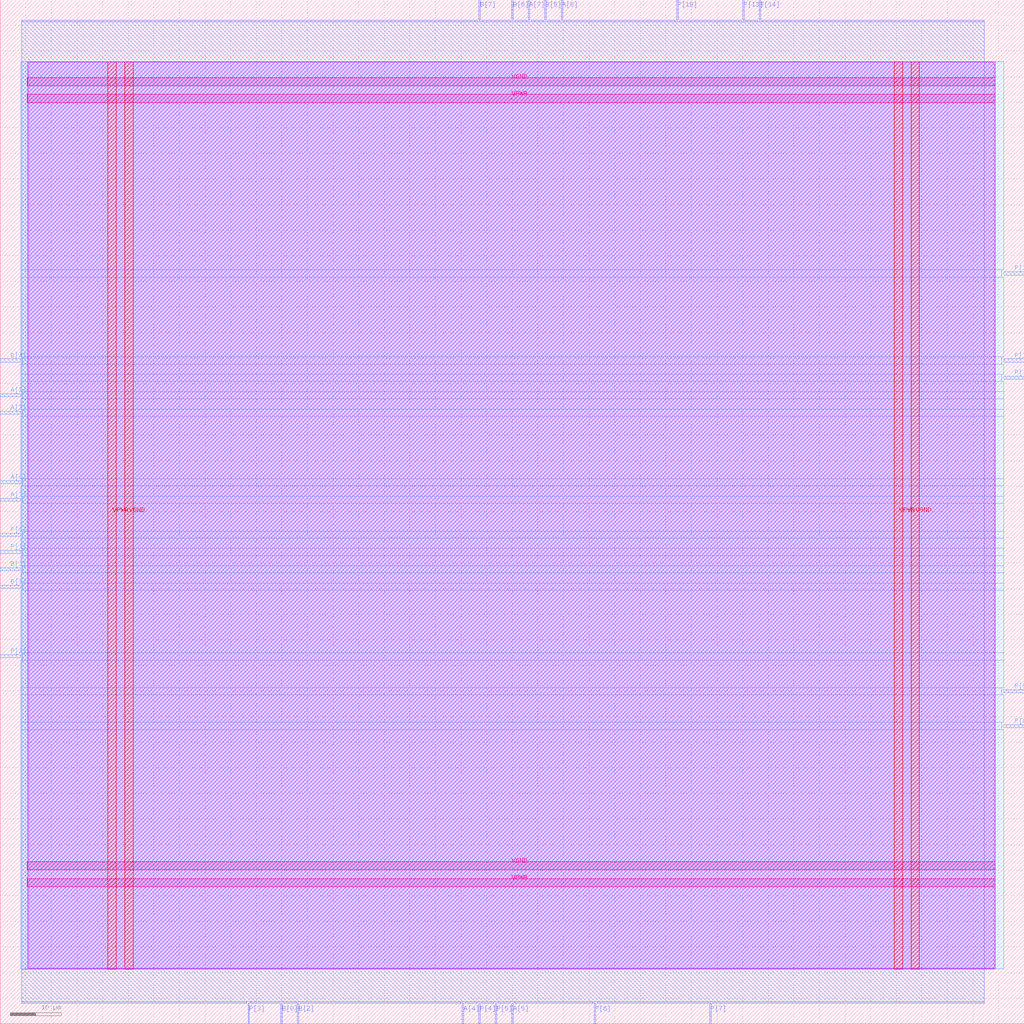
<source format=lef>
VERSION 5.7 ;
  NOWIREEXTENSIONATPIN ON ;
  DIVIDERCHAR "/" ;
  BUSBITCHARS "[]" ;
MACRO mult8_2bits_1op_e16769
  CLASS BLOCK ;
  FOREIGN mult8_2bits_1op_e16769 ;
  ORIGIN 0.000 0.000 ;
  SIZE 200.000 BY 200.000 ;
  PIN A[0]
    DIRECTION INPUT ;
    USE SIGNAL ;
    ANTENNAGATEAREA 0.495000 ;
    PORT
      LAYER met3 ;
        RECT 0.000 105.440 4.000 106.040 ;
    END
  END A[0]
  PIN A[1]
    DIRECTION INPUT ;
    USE SIGNAL ;
    ANTENNAGATEAREA 0.196500 ;
    PORT
      LAYER met3 ;
        RECT 0.000 102.040 4.000 102.640 ;
    END
  END A[1]
  PIN A[2]
    DIRECTION INPUT ;
    USE SIGNAL ;
    ANTENNAGATEAREA 0.213000 ;
    PORT
      LAYER met3 ;
        RECT 0.000 122.440 4.000 123.040 ;
    END
  END A[2]
  PIN A[3]
    DIRECTION INPUT ;
    USE SIGNAL ;
    ANTENNAGATEAREA 0.213000 ;
    PORT
      LAYER met3 ;
        RECT 0.000 119.040 4.000 119.640 ;
    END
  END A[3]
  PIN A[4]
    DIRECTION INPUT ;
    USE SIGNAL ;
    ANTENNAGATEAREA 0.196500 ;
    PORT
      LAYER met2 ;
        RECT 90.250 0.000 90.530 4.000 ;
    END
  END A[4]
  PIN A[5]
    DIRECTION INPUT ;
    USE SIGNAL ;
    ANTENNAGATEAREA 0.159000 ;
    PORT
      LAYER met2 ;
        RECT 99.910 0.000 100.190 4.000 ;
    END
  END A[5]
  PIN A[6]
    DIRECTION INPUT ;
    USE SIGNAL ;
    ANTENNAGATEAREA 0.196500 ;
    PORT
      LAYER met2 ;
        RECT 109.570 196.000 109.850 200.000 ;
    END
  END A[6]
  PIN A[7]
    DIRECTION INPUT ;
    USE SIGNAL ;
    ANTENNAGATEAREA 0.159000 ;
    PORT
      LAYER met2 ;
        RECT 103.130 196.000 103.410 200.000 ;
    END
  END A[7]
  PIN B[0]
    DIRECTION INPUT ;
    USE SIGNAL ;
    ANTENNAGATEAREA 0.247500 ;
    PORT
      LAYER met2 ;
        RECT 54.830 0.000 55.110 4.000 ;
    END
  END B[0]
  PIN B[1]
    DIRECTION INPUT ;
    USE SIGNAL ;
    ANTENNAGATEAREA 0.213000 ;
    PORT
      LAYER met3 ;
        RECT 0.000 88.440 4.000 89.040 ;
    END
  END B[1]
  PIN B[2]
    DIRECTION INPUT ;
    USE SIGNAL ;
    ANTENNAGATEAREA 0.213000 ;
    PORT
      LAYER met2 ;
        RECT 58.050 0.000 58.330 4.000 ;
    END
  END B[2]
  PIN B[3]
    DIRECTION INPUT ;
    USE SIGNAL ;
    ANTENNAGATEAREA 0.196500 ;
    PORT
      LAYER met3 ;
        RECT 0.000 85.040 4.000 85.640 ;
    END
  END B[3]
  PIN B[4]
    DIRECTION INPUT ;
    USE SIGNAL ;
    ANTENNAGATEAREA 0.159000 ;
    PORT
      LAYER met3 ;
        RECT 0.000 129.240 4.000 129.840 ;
    END
  END B[4]
  PIN B[5]
    DIRECTION INPUT ;
    USE SIGNAL ;
    ANTENNAGATEAREA 0.196500 ;
    PORT
      LAYER met2 ;
        RECT 106.350 196.000 106.630 200.000 ;
    END
  END B[5]
  PIN B[6]
    DIRECTION INPUT ;
    USE SIGNAL ;
    ANTENNAGATEAREA 0.213000 ;
    PORT
      LAYER met2 ;
        RECT 99.910 196.000 100.190 200.000 ;
    END
  END B[6]
  PIN B[7]
    DIRECTION INPUT ;
    USE SIGNAL ;
    ANTENNAGATEAREA 0.196500 ;
    PORT
      LAYER met2 ;
        RECT 93.470 196.000 93.750 200.000 ;
    END
  END B[7]
  PIN P[0]
    DIRECTION OUTPUT ;
    USE SIGNAL ;
    ANTENNADIFFAREA 0.445500 ;
    PORT
      LAYER met3 ;
        RECT 0.000 95.240 4.000 95.840 ;
    END
  END P[0]
  PIN P[10]
    DIRECTION OUTPUT ;
    USE SIGNAL ;
    ANTENNADIFFAREA 0.445500 ;
    PORT
      LAYER met3 ;
        RECT 196.000 125.840 200.000 126.440 ;
    END
  END P[10]
  PIN P[11]
    DIRECTION OUTPUT ;
    USE SIGNAL ;
    ANTENNADIFFAREA 1.336500 ;
    PORT
      LAYER met3 ;
        RECT 196.000 129.240 200.000 129.840 ;
    END
  END P[11]
  PIN P[12]
    DIRECTION OUTPUT ;
    USE SIGNAL ;
    ANTENNADIFFAREA 1.336500 ;
    PORT
      LAYER met3 ;
        RECT 196.000 146.240 200.000 146.840 ;
    END
  END P[12]
  PIN P[13]
    DIRECTION OUTPUT ;
    USE SIGNAL ;
    ANTENNADIFFAREA 0.891000 ;
    PORT
      LAYER met2 ;
        RECT 144.990 196.000 145.270 200.000 ;
    END
  END P[13]
  PIN P[14]
    DIRECTION OUTPUT ;
    USE SIGNAL ;
    ANTENNADIFFAREA 1.336500 ;
    PORT
      LAYER met2 ;
        RECT 148.210 196.000 148.490 200.000 ;
    END
  END P[14]
  PIN P[15]
    DIRECTION OUTPUT ;
    USE SIGNAL ;
    ANTENNADIFFAREA 1.782000 ;
    PORT
      LAYER met2 ;
        RECT 132.110 196.000 132.390 200.000 ;
    END
  END P[15]
  PIN P[1]
    DIRECTION OUTPUT ;
    USE SIGNAL ;
    ANTENNADIFFAREA 0.445500 ;
    PORT
      LAYER met3 ;
        RECT 0.000 91.840 4.000 92.440 ;
    END
  END P[1]
  PIN P[2]
    DIRECTION OUTPUT ;
    USE SIGNAL ;
    ANTENNADIFFAREA 0.445500 ;
    PORT
      LAYER met3 ;
        RECT 0.000 71.440 4.000 72.040 ;
    END
  END P[2]
  PIN P[3]
    DIRECTION OUTPUT ;
    USE SIGNAL ;
    ANTENNADIFFAREA 0.445500 ;
    PORT
      LAYER met2 ;
        RECT 48.390 0.000 48.670 4.000 ;
    END
  END P[3]
  PIN P[4]
    DIRECTION OUTPUT ;
    USE SIGNAL ;
    ANTENNADIFFAREA 0.445500 ;
    PORT
      LAYER met2 ;
        RECT 93.470 0.000 93.750 4.000 ;
    END
  END P[4]
  PIN P[5]
    DIRECTION OUTPUT ;
    USE SIGNAL ;
    ANTENNADIFFAREA 0.445500 ;
    PORT
      LAYER met2 ;
        RECT 96.690 0.000 96.970 4.000 ;
    END
  END P[5]
  PIN P[6]
    DIRECTION OUTPUT ;
    USE SIGNAL ;
    ANTENNADIFFAREA 1.336500 ;
    PORT
      LAYER met2 ;
        RECT 116.010 0.000 116.290 4.000 ;
    END
  END P[6]
  PIN P[7]
    DIRECTION OUTPUT ;
    USE SIGNAL ;
    ANTENNADIFFAREA 1.336500 ;
    PORT
      LAYER met2 ;
        RECT 138.550 0.000 138.830 4.000 ;
    END
  END P[7]
  PIN P[8]
    DIRECTION OUTPUT ;
    USE SIGNAL ;
    ANTENNADIFFAREA 0.891000 ;
    PORT
      LAYER met3 ;
        RECT 196.000 57.840 200.000 58.440 ;
    END
  END P[8]
  PIN P[9]
    DIRECTION OUTPUT ;
    USE SIGNAL ;
    ANTENNADIFFAREA 1.336500 ;
    PORT
      LAYER met3 ;
        RECT 196.000 64.640 200.000 65.240 ;
    END
  END P[9]
  PIN VGND
    DIRECTION INOUT ;
    USE GROUND ;
    PORT
      LAYER met4 ;
        RECT 24.340 10.640 25.940 187.920 ;
    END
    PORT
      LAYER met4 ;
        RECT 177.940 10.640 179.540 187.920 ;
    END
    PORT
      LAYER met5 ;
        RECT 5.280 30.030 194.360 31.630 ;
    END
    PORT
      LAYER met5 ;
        RECT 5.280 183.210 194.360 184.810 ;
    END
  END VGND
  PIN VPWR
    DIRECTION INOUT ;
    USE POWER ;
    PORT
      LAYER met4 ;
        RECT 21.040 10.640 22.640 187.920 ;
    END
    PORT
      LAYER met4 ;
        RECT 174.640 10.640 176.240 187.920 ;
    END
    PORT
      LAYER met5 ;
        RECT 5.280 26.730 194.360 28.330 ;
    END
    PORT
      LAYER met5 ;
        RECT 5.280 179.910 194.360 181.510 ;
    END
  END VPWR
  OBS
      LAYER nwell ;
        RECT 5.330 10.795 194.310 187.870 ;
      LAYER li1 ;
        RECT 5.520 10.795 194.120 187.765 ;
      LAYER met1 ;
        RECT 4.210 10.640 194.120 187.920 ;
      LAYER met2 ;
        RECT 4.230 195.720 93.190 196.000 ;
        RECT 94.030 195.720 99.630 196.000 ;
        RECT 100.470 195.720 102.850 196.000 ;
        RECT 103.690 195.720 106.070 196.000 ;
        RECT 106.910 195.720 109.290 196.000 ;
        RECT 110.130 195.720 131.830 196.000 ;
        RECT 132.670 195.720 144.710 196.000 ;
        RECT 145.550 195.720 147.930 196.000 ;
        RECT 148.770 195.720 192.190 196.000 ;
        RECT 4.230 4.280 192.190 195.720 ;
        RECT 4.230 4.000 48.110 4.280 ;
        RECT 48.950 4.000 54.550 4.280 ;
        RECT 55.390 4.000 57.770 4.280 ;
        RECT 58.610 4.000 89.970 4.280 ;
        RECT 90.810 4.000 93.190 4.280 ;
        RECT 94.030 4.000 96.410 4.280 ;
        RECT 97.250 4.000 99.630 4.280 ;
        RECT 100.470 4.000 115.730 4.280 ;
        RECT 116.570 4.000 138.270 4.280 ;
        RECT 139.110 4.000 192.190 4.280 ;
      LAYER met3 ;
        RECT 3.990 147.240 196.000 187.845 ;
        RECT 3.990 145.840 195.600 147.240 ;
        RECT 3.990 130.240 196.000 145.840 ;
        RECT 4.400 128.840 195.600 130.240 ;
        RECT 3.990 126.840 196.000 128.840 ;
        RECT 3.990 125.440 195.600 126.840 ;
        RECT 3.990 123.440 196.000 125.440 ;
        RECT 4.400 122.040 196.000 123.440 ;
        RECT 3.990 120.040 196.000 122.040 ;
        RECT 4.400 118.640 196.000 120.040 ;
        RECT 3.990 106.440 196.000 118.640 ;
        RECT 4.400 105.040 196.000 106.440 ;
        RECT 3.990 103.040 196.000 105.040 ;
        RECT 4.400 101.640 196.000 103.040 ;
        RECT 3.990 96.240 196.000 101.640 ;
        RECT 4.400 94.840 196.000 96.240 ;
        RECT 3.990 92.840 196.000 94.840 ;
        RECT 4.400 91.440 196.000 92.840 ;
        RECT 3.990 89.440 196.000 91.440 ;
        RECT 4.400 88.040 196.000 89.440 ;
        RECT 3.990 86.040 196.000 88.040 ;
        RECT 4.400 84.640 196.000 86.040 ;
        RECT 3.990 72.440 196.000 84.640 ;
        RECT 4.400 71.040 196.000 72.440 ;
        RECT 3.990 65.640 196.000 71.040 ;
        RECT 3.990 64.240 195.600 65.640 ;
        RECT 3.990 58.840 196.000 64.240 ;
        RECT 3.990 57.440 195.600 58.840 ;
        RECT 3.990 10.715 196.000 57.440 ;
  END
END mult8_2bits_1op_e16769
END LIBRARY


</source>
